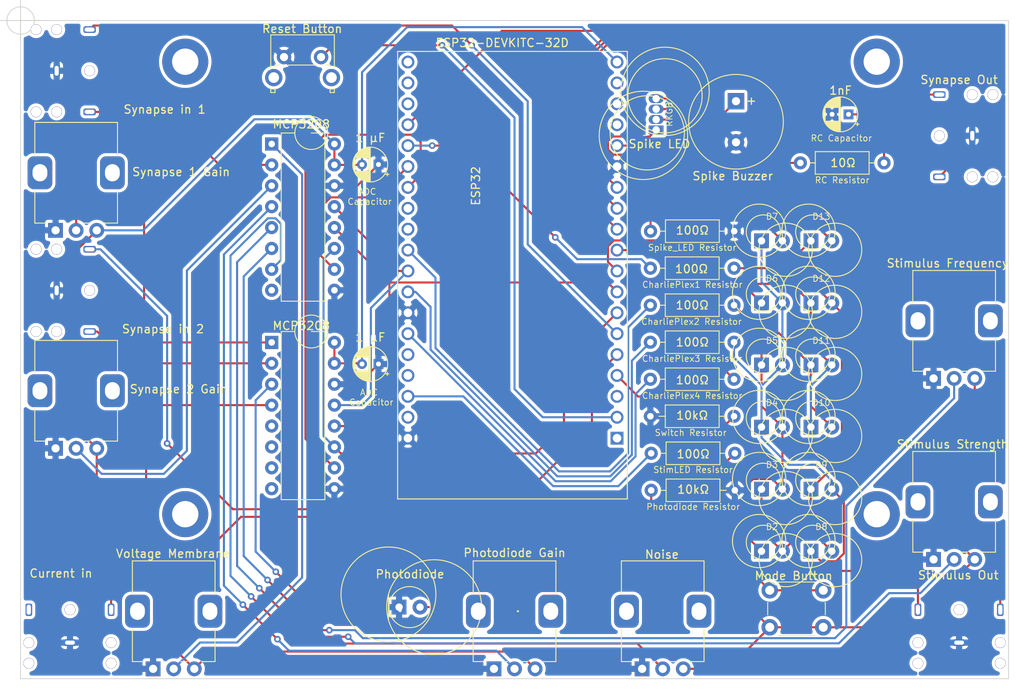
<source format=kicad_pcb>
(kicad_pcb (version 20171130) (host pcbnew "(5.1.4-0-10_14)")
  (layers (0 F.Cu signal) (31 B.Cu signal hide) (34 B.Paste user) (35 F.Paste user) (36 B.SilkS user) (37 F.SilkS user) (38 B.Mask user) (39 F.Mask user) (44 Edge.Cuts user))
  (net 0 "")
  (net 7 "GNDREF")
  (net 8 "/23")
  (net 9 "/27")
  (net 10 "/26")
  (net 11 "+3V3")
  (net 12 "/34")
  (net 13 "/35")
  (net 14 "/25")
  (net 15 "/14")
  (net 16 "/12")
  (net 17 "/13")
  (net 18 "/22")
  (net 19 "/21")
  (net 20 "/19")
  (net 21 "/05")
  (net 22 "/17")
  (net 23 "/16")
  (net 24 "/02")
  (net 25 "/15")
  (net 26 "Net-(R1-Pad2)")
  (net 27 "Net-(R7-Pad2)")
  (net 28 "Net-(R6-Pad2)")
  (net 29 "Net-(R8-Pad2)")
  (net 30 "Net-(R9-Pad2)")
  (net 31 "Net-(R4-Pad2)")
  (net 33 "/39")
  (net 34 "VCC")
  (net 38 "/202")
  (net 39 "/203")
  (net 40 "/106")
  (net 41 "/103")
  (net 42 "/105")
  (net 43 "/104")
  (net 44 "/101")
  (net 45 "/102")
  (net 46 "/200")
  (net 47 "/201")
  (net 48 "/32")
  (net 49 "/33")
  (net 50 "/18")
  (net 51 "/04")
  (net 52 "/00")
  (net 53 "/100")
  (net 54 "/107")
  (net 55 "/204")
  (net 56 "/205")
  (net 57 "/206")
  (net 58 "/207")
  (net 59 "Net-(R3-Pad2)")
  (net 60 "Net-(SW2-Pad2)")
  (module "LED_THT:LED_D5.0mm-4_RGB" (layer "F.Cu") (at 177.2 63.3 90)
    (fp_text reference "D14")
    (fp_text value "Spike LED" (at -1.7 0.4 180) (layer "F.SilkS"))
    (pad "1" thru_hole oval (at 1.27 0 90) (size 1.07 1.8) (drill 0.9) (layers *.Cu *.Mask) (net 9 "/27"))
    (pad "2" thru_hole rect (at 0 0 90) (size 1.07 1.8) (drill 0.9) (layers *.Cu *.Mask) (net 31 "Net-(R4-Pad2)"))
    (pad "3" thru_hole oval (at 2.54 0 90) (size 1.07 1.8) (drill 0.9) (layers *.Cu *.Mask) (net 15 "/14"))
    (pad "4" thru_hole oval (at 3.81 0 90) (size 1.07 1.8) (drill 0.9) (layers *.Cu *.Mask) (net 16 "/12"))
  )
  (module "MountingHole:MountingHole_3.2mm_M3_DIN965_Pad" (layer "F.Cu") (at 120 55)
    (fp_text reference " " (at 0 -3.8) (layer "F.SilkS"))
    (fp_text value "MountingHole_3.2mm_M3_DIN965_Pad")
    (pad "1" thru_hole circle (at 0 0) (size 5.6 5.6) (drill 3.2) (layers *.Cu *.Mask))
  )
  (module "LED_THT:LED_D3.0mm" (layer "F.Cu") (at 190 76.779)
    (fp_text reference "D7" (at 1.27 -2.96) (layer "F.SilkS") (effects (font (size 0.75 0.75) (thickness 0.1))))
    (fp_text value "Mode6")
    (pad "1" thru_hole rect (at 0 0) (size 1.8 1.8) (drill 0.9) (layers *.Cu *.Mask) (net 29 "Net-(R8-Pad2)"))
    (pad "2" thru_hole circle (at 2.54 0) (size 1.8 1.8) (drill 0.9) (layers *.Cu *.Mask) (net 30 "Net-(R9-Pad2)"))
  )
  (module "LED_THT:LED_D3.0mm" (layer "F.Cu") (at 190 114.504)
    (fp_text reference "D2" (at 1.27 -2.96) (layer "F.SilkS") (effects (font (size 0.75 0.75) (thickness 0.1))))
    (fp_text value "Mode1")
    (pad "1" thru_hole rect (at 0 0) (size 1.8 1.8) (drill 0.9) (layers *.Cu *.Mask) (net 27 "Net-(R7-Pad2)"))
    (pad "2" thru_hole circle (at 2.54 0) (size 1.8 1.8) (drill 0.9) (layers *.Cu *.Mask) (net 28 "Net-(R6-Pad2)"))
  )
  (module "Resistor_THT:R_Axial_DIN0207_L6.3mm_D2.5mm_P10.16mm_Horizontal" (layer "F.Cu") (at 186.66 98.1 180)
    (fp_text reference "R5")
    (fp_text value "10kΩ" (at 5.08 0.1 180) (layer "F.SilkS"))
    (pad "1" thru_hole circle (at 0 0 180) (size 1.6 1.6) (drill 0.8) (layers *.Cu *.Mask) (net 33 "/39"))
    (pad "2" thru_hole oval (at 10.16 0 180) (size 1.6 1.6) (drill 0.8) (layers *.Cu *.Mask) (net 7 "GNDREF"))
  )
  (module "Package_DIP:DIP-16_W7.62mm" (layer "F.Cu") (at 130.5 89.125)
    (fp_text reference "U3")
    (fp_text value "MCP3208" (at 3.6 -2.025) (layer "F.SilkS"))
    (pad "1" thru_hole rect (at 0 0) (size 1.6 1.6) (drill 0.8) (layers *.Cu *.Mask) (net 46 "/200"))
    (pad "2" thru_hole oval (at 0 2.54) (size 1.6 1.6) (drill 0.8) (layers *.Cu *.Mask) (net 47 "/201"))
    (pad "3" thru_hole oval (at 0 5.08) (size 1.6 1.6) (drill 0.8) (layers *.Cu *.Mask) (net 38 "/202"))
    (pad "4" thru_hole oval (at 0 7.62) (size 1.6 1.6) (drill 0.8) (layers *.Cu *.Mask) (net 39 "/203"))
    (pad "5" thru_hole oval (at 0 10.16) (size 1.6 1.6) (drill 0.8) (layers *.Cu *.Mask) (net 55 "/204"))
    (pad "6" thru_hole oval (at 0 12.7) (size 1.6 1.6) (drill 0.8) (layers *.Cu *.Mask) (net 56 "/205"))
    (pad "7" thru_hole oval (at 0 15.24) (size 1.6 1.6) (drill 0.8) (layers *.Cu *.Mask) (net 57 "/206"))
    (pad "8" thru_hole oval (at 0 17.78) (size 1.6 1.6) (drill 0.8) (layers *.Cu *.Mask) (net 58 "/207"))
    (pad "9" thru_hole oval (at 7.62 17.78) (size 1.6 1.6) (drill 0.8) (layers *.Cu *.Mask) (net 7 "GNDREF"))
    (pad "10" thru_hole oval (at 7.62 15.24) (size 1.6 1.6) (drill 0.8) (layers *.Cu *.Mask) (net 51 "/04"))
    (pad "11" thru_hole oval (at 7.62 12.7) (size 1.6 1.6) (drill 0.8) (layers *.Cu *.Mask) (net 48 "/32"))
    (pad "12" thru_hole oval (at 7.62 10.16) (size 1.6 1.6) (drill 0.8) (layers *.Cu *.Mask) (net 49 "/33"))
    (pad "13" thru_hole oval (at 7.62 7.62) (size 1.6 1.6) (drill 0.8) (layers *.Cu *.Mask) (net 50 "/18"))
    (pad "14" thru_hole oval (at 7.62 5.08) (size 1.6 1.6) (drill 0.8) (layers *.Cu *.Mask) (net 7 "GNDREF"))
    (pad "15" thru_hole oval (at 7.62 2.54) (size 1.6 1.6) (drill 0.8) (layers *.Cu *.Mask) (net 34 "VCC"))
    (pad "16" thru_hole oval (at 7.62 0) (size 1.6 1.6) (drill 0.8) (layers *.Cu *.Mask) (net 34 "VCC"))
  )
  (module "Potentiometer_THT:Spikeling Potentiometer" (layer "F.Cu") (at 213.4 108 90)
    (fp_text reference "RV6")
    (fp_text value "Stimulus Strength" (at 6.5 -0.2 180) (layer "F.SilkS"))
    (pad "1" thru_hole rect (at -7.5 -2.5 90) (size 1.8 1.8) (drill 1) (layers *.Cu *.Mask) (net 7 "GNDREF"))
    (pad "2" thru_hole circle (at -7.5 0 90) (size 1.8 1.8) (drill 1) (layers *.Cu *.Mask) (net 43 "/104"))
    (pad "3" thru_hole circle (at -7.5 2.5 90) (size 1.8 1.8) (drill 1) (layers *.Cu *.Mask) (net 34 "VCC"))
    (pad "MP" thru_hole roundrect (at -0.5 4.4 90) (size 4 3) (drill oval 2.1 1.8) (layers *.Cu *.Mask))
    (pad "MP" thru_hole roundrect (at -0.5 -4.4 90) (size 4 3) (drill oval 2.1 1.8) (layers *.Cu *.Mask))
  )
  (module "Potentiometer_THT:Spikeling Potentiometer" (layer "F.Cu") (at 178 121.3 90)
    (fp_text reference "RV4")
    (fp_text value "Noise" (at 6.4 -0.1 180) (layer "F.SilkS"))
    (pad "1" thru_hole rect (at -7.5 -2.5 90) (size 1.8 1.8) (drill 1) (layers *.Cu *.Mask) (net 7 "GNDREF"))
    (pad "2" thru_hole circle (at -7.5 0 90) (size 1.8 1.8) (drill 1) (layers *.Cu *.Mask) (net 40 "/106"))
    (pad "3" thru_hole circle (at -7.5 2.5 90) (size 1.8 1.8) (drill 1) (layers *.Cu *.Mask) (net 34 "VCC"))
    (pad "MP" thru_hole roundrect (at -0.5 -4.4 90) (size 4 3) (drill oval 2.1 1.8) (layers *.Cu *.Mask))
    (pad "MP" thru_hole roundrect (at -0.5 4.4 90) (size 4 3) (drill oval 2.1 1.8) (layers *.Cu *.Mask))
  )
  (module "Audio_Module:Spikeling_Photoreceptor" (layer "F.Cu") (at 159.6 122.9)
    (fp_text reference "." (at 0.4 -1.1 90 unlocked) (layer "F.SilkS"))
    (fp_text value "Spikeling_neuron")
  )
  (module "Audio_Module:Spikeling Audio Jack 3.5mm" (layer "F.Cu") (at 99.8825 56.1 90)
    (fp_text reference "J2")
    (fp_text value "Synapse in 1" (at -4.7 17.6175 180) (layer "F.SilkS"))
    (pad "" thru_hole circle (at 5 2 270) (size 1.3 1.3) (drill 1.25) (layers *.Cu *.Mask))
    (pad "" thru_hole circle (at 5 4.5 270) (size 1.3 1.3) (drill 1.25) (layers *.Cu *.Mask))
    (pad "" thru_hole circle (at 0 8.5 270) (size 1.3 1.3) (drill 1.25) (layers *.Cu *.Mask))
    (pad "" thru_hole circle (at -5 2 270) (size 1.3 1.3) (drill 1.25) (layers *.Cu *.Mask))
    (pad "" thru_hole circle (at -5 4.5 270) (size 1.3 1.3) (drill 1.25) (layers *.Cu *.Mask))
    (pad "R" thru_hole roundrect (at -5 8.5 180) (size 1.5 0.8) (drill oval 1.2 0.5) (layers *.Cu *.Mask) (net 46 "/200"))
    (pad "S" thru_hole roundrect (at 0 4.5 270) (size 1.5 0.8) (drill oval 1.2 0.5) (layers *.Cu *.Mask) (net 7 "GNDREF"))
    (pad "T" thru_hole roundrect (at 5 8.5 180) (size 1.5 0.8) (drill oval 1.2 0.5) (layers *.Cu *.Mask) (net 13 "/35"))
  )
  (module "Audio_Module:Spikeling Audio Jack 3.5mm" (layer "F.Cu") (at 220.1 64 -90)
    (fp_text reference "J1")
    (fp_text value "Synapse Out" (at -6.8 6.1) (layer "F.SilkS"))
    (pad "" thru_hole circle (at -5 4.5 90) (size 1.3 1.3) (drill 1.25) (layers *.Cu *.Mask))
    (pad "" thru_hole circle (at 5 4.5 90) (size 1.3 1.3) (drill 1.25) (layers *.Cu *.Mask))
    (pad "" thru_hole circle (at -5 2 90) (size 1.3 1.3) (drill 1.25) (layers *.Cu *.Mask))
    (pad "" thru_hole circle (at 0 8.5 90) (size 1.3 1.3) (drill 1.25) (layers *.Cu *.Mask))
    (pad "" thru_hole circle (at 5 2 90) (size 1.3 1.3) (drill 1.25) (layers *.Cu *.Mask))
    (pad "R" thru_hole roundrect (at -5 8.5) (size 1.5 0.8) (drill oval 1.2 0.5) (layers *.Cu *.Mask) (net 26 "Net-(R1-Pad2)"))
    (pad "S" thru_hole roundrect (at 0 4.5 90) (size 1.5 0.8) (drill oval 1.2 0.5) (layers *.Cu *.Mask) (net 7 "GNDREF"))
    (pad "T" thru_hole roundrect (at 5 8.5) (size 1.5 0.8) (drill oval 1.2 0.5) (layers *.Cu *.Mask) (net 25 "/15"))
  )
  (module "Potentiometer_THT:Spikeling Potentiometer" (layer "F.Cu") (at 106.75 68 90)
    (fp_text reference "RV1")
    (fp_text value "Synapse 1 Gain" (at -0.4 12.75 180) (layer "F.SilkS"))
    (pad "1" thru_hole rect (at -7.5 -2.5 90) (size 1.8 1.8) (drill 1) (layers *.Cu *.Mask) (net 7 "GNDREF"))
    (pad "2" thru_hole circle (at -7.5 0 90) (size 1.8 1.8) (drill 1) (layers *.Cu *.Mask) (net 44 "/101"))
    (pad "3" thru_hole circle (at -7.5 2.5 90) (size 1.8 1.8) (drill 1) (layers *.Cu *.Mask) (net 34 "VCC"))
    (pad "MP" thru_hole roundrect (at -0.5 4.4 90) (size 4 3) (drill oval 2.1 1.8) (layers *.Cu *.Mask))
    (pad "MP" thru_hole roundrect (at -0.5 -4.4 90) (size 4 3) (drill oval 2.1 1.8) (layers *.Cu *.Mask))
  )
  (module "Audio_Module:Spikeling_Electrode" (layer "F.Cu") (at 125.9 107.3)
    (fp_text reference "REF**")
    (fp_text value "Spikeling_neuron")
  )
  (module "LED_THT:LED_D3.0mm" (layer "F.Cu") (at 190 99.414)
    (fp_text reference "D4" (at 1.27 -2.96) (layer "F.SilkS") (effects (font (size 0.75 0.75) (thickness 0.1))))
    (fp_text value "Mode3")
    (pad "1" thru_hole rect (at 0 0) (size 1.8 1.8) (drill 0.9) (layers *.Cu *.Mask) (net 29 "Net-(R8-Pad2)"))
    (pad "2" thru_hole circle (at 2.54 0) (size 1.8 1.8) (drill 0.9) (layers *.Cu *.Mask) (net 27 "Net-(R7-Pad2)"))
  )
  (module "Potentiometer_THT:Spikeling Potentiometer" (layer "F.Cu") (at 118.6 121.3 90)
    (fp_text reference "RV3")
    (fp_text value "Voltage Membrane" (at 6.5 -0.1 180) (layer "F.SilkS"))
    (pad "1" thru_hole rect (at -7.5 -2.5 90) (size 1.8 1.8) (drill 1) (layers *.Cu *.Mask) (net 7 "GNDREF"))
    (pad "2" thru_hole circle (at -7.5 0 90) (size 1.8 1.8) (drill 1) (layers *.Cu *.Mask) (net 53 "/100"))
    (pad "3" thru_hole circle (at -7.5 2.5 90) (size 1.8 1.8) (drill 1) (layers *.Cu *.Mask) (net 34 "VCC"))
    (pad "MP" thru_hole roundrect (at -0.5 -4.4 90) (size 4 3) (drill oval 2.1 1.8) (layers *.Cu *.Mask))
    (pad "MP" thru_hole roundrect (at -0.5 4.4 90) (size 4 3) (drill oval 2.1 1.8) (layers *.Cu *.Mask))
  )
  (module "Resistor_THT:R_Axial_DIN0207_L6.3mm_D2.5mm_P10.16mm_Horizontal" (layer "F.Cu") (at 176.6 102.6)
    (fp_text reference "R3")
    (fp_text value "100Ω" (at 5.1 0.1) (layer "F.SilkS"))
    (pad "1" thru_hole circle (at 0 0) (size 1.6 1.6) (drill 0.8) (layers *.Cu *.Mask) (net 18 "/22"))
    (pad "2" thru_hole oval (at 10.16 0) (size 1.6 1.6) (drill 0.8) (layers *.Cu *.Mask) (net 59 "Net-(R3-Pad2)"))
  )
  (module "MountingHole:MountingHole_3.2mm_M3_DIN965_Pad" (layer "F.Cu") (at 204 55)
    (fp_text reference " " (at 0 -3.8) (layer "F.SilkS"))
    (fp_text value "MountingHole_M3")
    (pad "1" thru_hole circle (at 0 0) (size 5.6 5.6) (drill 3.2) (layers *.Cu *.Mask))
  )
  (module "Package_DIP:DIP-16_W7.62mm" (layer "F.Cu") (at 130.5 65)
    (fp_text reference "U2")
    (fp_text value "MCP3208" (at 3.6 -2.4) (layer "F.SilkS"))
    (pad "1" thru_hole rect (at 0 0) (size 1.6 1.6) (drill 0.8) (layers *.Cu *.Mask) (net 53 "/100"))
    (pad "2" thru_hole oval (at 0 2.54) (size 1.6 1.6) (drill 0.8) (layers *.Cu *.Mask) (net 44 "/101"))
    (pad "3" thru_hole oval (at 0 5.08) (size 1.6 1.6) (drill 0.8) (layers *.Cu *.Mask) (net 45 "/102"))
    (pad "4" thru_hole oval (at 0 7.62) (size 1.6 1.6) (drill 0.8) (layers *.Cu *.Mask) (net 41 "/103"))
    (pad "5" thru_hole oval (at 0 10.16) (size 1.6 1.6) (drill 0.8) (layers *.Cu *.Mask) (net 43 "/104"))
    (pad "6" thru_hole oval (at 0 12.7) (size 1.6 1.6) (drill 0.8) (layers *.Cu *.Mask) (net 42 "/105"))
    (pad "7" thru_hole oval (at 0 15.24) (size 1.6 1.6) (drill 0.8) (layers *.Cu *.Mask) (net 40 "/106"))
    (pad "8" thru_hole oval (at 0 17.78) (size 1.6 1.6) (drill 0.8) (layers *.Cu *.Mask) (net 54 "/107"))
    (pad "9" thru_hole oval (at 7.62 17.78) (size 1.6 1.6) (drill 0.8) (layers *.Cu *.Mask) (net 7 "GNDREF"))
    (pad "10" thru_hole oval (at 7.62 15.24) (size 1.6 1.6) (drill 0.8) (layers *.Cu *.Mask) (net 52 "/00"))
    (pad "11" thru_hole oval (at 7.62 12.7) (size 1.6 1.6) (drill 0.8) (layers *.Cu *.Mask) (net 48 "/32"))
    (pad "12" thru_hole oval (at 7.62 10.16) (size 1.6 1.6) (drill 0.8) (layers *.Cu *.Mask) (net 49 "/33"))
    (pad "13" thru_hole oval (at 7.62 7.62) (size 1.6 1.6) (drill 0.8) (layers *.Cu *.Mask) (net 50 "/18"))
    (pad "14" thru_hole oval (at 7.62 5.08) (size 1.6 1.6) (drill 0.8) (layers *.Cu *.Mask) (net 7 "GNDREF"))
    (pad "15" thru_hole oval (at 7.62 2.54) (size 1.6 1.6) (drill 0.8) (layers *.Cu *.Mask) (net 34 "VCC"))
    (pad "16" thru_hole oval (at 7.62 0) (size 1.6 1.6) (drill 0.8) (layers *.Cu *.Mask) (net 34 "VCC"))
  )
  (module "Capacitor_THT:CP_Radial_D4.0mm_P2.00mm" (layer "F.Cu") (at 143.4726 91.75 180)
    (fp_text reference "C2")
    (fp_text value "1 μF" (at 1 3.25) (layer "F.SilkS"))
    (pad "1" thru_hole rect (at 0 0 180) (size 1.2 1.2) (drill 0.6) (layers *.Cu *.Mask) (net 7 "GNDREF"))
    (pad "2" thru_hole circle (at 2 0 180) (size 1.2 1.2) (drill 0.6) (layers *.Cu *.Mask) (net 34 "VCC"))
  )
  (module "Audio_Module:Spikeling Audio Jack 3.5mm" (layer "F.Cu") (at 214 130.1175 180)
    (fp_text reference "J5")
    (fp_text value "Stimulus Out" (at 0.1 12.7 180) (layer "F.SilkS"))
    (pad "" thru_hole circle (at -5 4.5) (size 1.3 1.3) (drill 1.25) (layers *.Cu *.Mask))
    (pad "" thru_hole circle (at -5 2) (size 1.3 1.3) (drill 1.25) (layers *.Cu *.Mask))
    (pad "" thru_hole circle (at 5 2) (size 1.3 1.3) (drill 1.25) (layers *.Cu *.Mask))
    (pad "" thru_hole circle (at 0 8.5) (size 1.3 1.3) (drill 1.25) (layers *.Cu *.Mask))
    (pad "" thru_hole circle (at 5 4.5) (size 1.3 1.3) (drill 1.25) (layers *.Cu *.Mask))
    (pad "R" thru_hole roundrect (at -5 8.5 270) (size 1.5 0.8) (drill oval 1.2 0.5) (layers *.Cu *.Mask) (net 10 "/26"))
    (pad "S" thru_hole roundrect (at 0 4.5) (size 1.5 0.8) (drill oval 1.2 0.5) (layers *.Cu *.Mask) (net 7 "GNDREF"))
    (pad "T" thru_hole roundrect (at 5 8.5 270) (size 1.5 0.8) (drill oval 1.2 0.5) (layers *.Cu *.Mask) (net 59 "Net-(R3-Pad2)"))
  )
  (module "Button_Switch_THT:Spikeling reset button" (layer "F.Cu") (at 134.25 51.75)
    (fp_text reference "SW2")
    (fp_text value "Reset Button" (at -0.05 -0.75) (layer "F.SilkS"))
    (pad "" thru_hole circle (at 3.51 5.18) (size 2.1 2.1) (drill 1.3) (layers *.Cu *.Mask))
    (pad "" thru_hole circle (at -3.5 5.18) (size 2.1 2.1) (drill 1.3) (layers *.Cu *.Mask))
    (pad "1" thru_hole circle (at -2.25 2.69) (size 1.75 1.75) (drill 0.99) (layers *.Cu *.Mask) (net 7 "GNDREF"))
    (pad "2" thru_hole circle (at 2.25 2.69) (size 1.75 1.75) (drill 0.99) (layers *.Cu *.Mask) (net 60 "Net-(SW2-Pad2)"))
  )
  (module "LED_THT:LED_D3.0mm" (layer "F.Cu") (at 196 91.869)
    (fp_text reference "D11" (at 1.27 -2.96) (layer "F.SilkS") (effects (font (size 0.75 0.75) (thickness 0.1))))
    (fp_text value "Mode10")
    (pad "1" thru_hole rect (at 0 0) (size 1.8 1.8) (drill 0.9) (layers *.Cu *.Mask) (net 27 "Net-(R7-Pad2)"))
    (pad "2" thru_hole circle (at 2.54 0) (size 1.8 1.8) (drill 0.9) (layers *.Cu *.Mask) (net 30 "Net-(R9-Pad2)"))
  )
  (module "LED_THT:LED_D3.0mm" (layer "F.Cu") (at 196 106.959)
    (fp_text reference "D9" (at 1.27 -2.96) (layer "F.SilkS") (effects (font (size 0.75 0.75) (thickness 0.1))))
    (fp_text value "Mode8")
    (pad "1" thru_hole rect (at 0 0) (size 1.8 1.8) (drill 0.9) (layers *.Cu *.Mask) (net 28 "Net-(R6-Pad2)"))
    (pad "2" thru_hole circle (at 2.54 0) (size 1.8 1.8) (drill 0.9) (layers *.Cu *.Mask) (net 29 "Net-(R8-Pad2)"))
  )
  (module "Capacitor_THT:CP_Radial_D4.0mm_P2.00mm" (layer "F.Cu") (at 143.4726 67.5 180)
    (fp_text reference "C1")
    (fp_text value "1 μF" (at 1 3.25) (layer "F.SilkS"))
    (pad "1" thru_hole rect (at 0 0 180) (size 1.2 1.2) (drill 0.6) (layers *.Cu *.Mask) (net 7 "GNDREF"))
    (pad "2" thru_hole circle (at 2 0 180) (size 1.2 1.2) (drill 0.6) (layers *.Cu *.Mask) (net 34 "VCC"))
  )
  (module "Resistor_THT:R_Axial_DIN0207_L6.3mm_D2.5mm_P10.16mm_Horizontal" (layer "F.Cu") (at 176.5 93.6)
    (fp_text reference "R9")
    (fp_text value "100Ω" (at 5.1 0.1) (layer "F.SilkS"))
    (pad "1" thru_hole circle (at 0 0) (size 1.6 1.6) (drill 0.8) (layers *.Cu *.Mask) (net 19 "/21"))
    (pad "2" thru_hole oval (at 10.16 0) (size 1.6 1.6) (drill 0.8) (layers *.Cu *.Mask) (net 30 "Net-(R9-Pad2)"))
  )
  (module "LED_THT:LED_D3.0mm" (layer "F.Cu") (at 196 76.779)
    (fp_text reference "D13" (at 1.27 -2.96) (layer "F.SilkS") (effects (font (size 0.75 0.75) (thickness 0.1))))
    (fp_text value "Mode12")
    (pad "1" thru_hole rect (at 0 0) (size 1.8 1.8) (drill 0.9) (layers *.Cu *.Mask) (net 28 "Net-(R6-Pad2)"))
    (pad "2" thru_hole circle (at 2.54 0) (size 1.8 1.8) (drill 0.9) (layers *.Cu *.Mask) (net 30 "Net-(R9-Pad2)"))
  )
  (module "LED_THT:LED_D3.0mm" (layer "F.Cu") (at 196 84.324)
    (fp_text reference "D12" (at 1.27 -2.96) (layer "F.SilkS") (effects (font (size 0.75 0.75) (thickness 0.1))))
    (fp_text value "Mode11")
    (pad "1" thru_hole rect (at 0 0) (size 1.8 1.8) (drill 0.9) (layers *.Cu *.Mask) (net 30 "Net-(R9-Pad2)"))
    (pad "2" thru_hole circle (at 2.54 0) (size 1.8 1.8) (drill 0.9) (layers *.Cu *.Mask) (net 28 "Net-(R6-Pad2)"))
  )
  (module "LED_THT:LED_D3.0mm" (layer "F.Cu") (at 196 99.414)
    (fp_text reference "D10" (at 1.27 -2.96) (layer "F.SilkS") (effects (font (size 0.75 0.75) (thickness 0.1))))
    (fp_text value "Mode9")
    (pad "1" thru_hole rect (at 0 0) (size 1.8 1.8) (drill 0.9) (layers *.Cu *.Mask) (net 30 "Net-(R9-Pad2)"))
    (pad "2" thru_hole circle (at 2.54 0) (size 1.8 1.8) (drill 0.9) (layers *.Cu *.Mask) (net 27 "Net-(R7-Pad2)"))
  )
  (module "Resistor_THT:R_Axial_DIN0207_L6.3mm_D2.5mm_P10.16mm_Horizontal" (layer "F.Cu") (at 194.72 67.3)
    (fp_text reference "R1")
    (fp_text value "10Ω" (at 5.18 0) (layer "F.SilkS"))
    (pad "1" thru_hole circle (at 0 0) (size 1.6 1.6) (drill 0.8) (layers *.Cu *.Mask) (net 14 "/25"))
    (pad "2" thru_hole oval (at 10.16 0) (size 1.6 1.6) (drill 0.8) (layers *.Cu *.Mask) (net 26 "Net-(R1-Pad2)"))
  )
  (module "LED_THT:LED_D5.0mm" (layer "F.Cu") (at 145.975 121.3)
    (fp_text reference "D1")
    (fp_text value "Photodiode" (at 1.325 -4) (layer "F.SilkS"))
    (pad "1" thru_hole rect (at 0 0) (size 1.8 1.8) (drill 0.9) (layers *.Cu *.Mask) (net 7 "GNDREF"))
    (pad "2" thru_hole circle (at 2.54 0) (size 1.8 1.8) (drill 0.9) (layers *.Cu *.Mask) (net 38 "/202"))
  )
  (module "Potentiometer_THT:Spikeling Potentiometer" (layer "F.Cu") (at 213.4 86 90)
    (fp_text reference "RV7")
    (fp_text value "Stimulus Frequency" (at 6.5 -0.8 180) (layer "F.SilkS"))
    (pad "1" thru_hole rect (at -7.5 -2.5 90) (size 1.8 1.8) (drill 1) (layers *.Cu *.Mask) (net 7 "GNDREF"))
    (pad "2" thru_hole circle (at -7.5 0 90) (size 1.8 1.8) (drill 1) (layers *.Cu *.Mask) (net 42 "/105"))
    (pad "3" thru_hole circle (at -7.5 2.5 90) (size 1.8 1.8) (drill 1) (layers *.Cu *.Mask) (net 34 "VCC"))
    (pad "MP" thru_hole roundrect (at -0.5 4.4 90) (size 4 3) (drill oval 2.1 1.8) (layers *.Cu *.Mask))
    (pad "MP" thru_hole roundrect (at -0.5 -4.4 90) (size 4 3) (drill oval 2.1 1.8) (layers *.Cu *.Mask))
  )
  (module "Potentiometer_THT:Spikeling Potentiometer" (layer "F.Cu") (at 106.75 94.5 90)
    (fp_text reference "RV2")
    (fp_text value "Synapse 2 Gain" (at -0.3 12.45 180) (layer "F.SilkS"))
    (pad "1" thru_hole rect (at -7.5 -2.5 90) (size 1.8 1.8) (drill 1) (layers *.Cu *.Mask) (net 7 "GNDREF"))
    (pad "2" thru_hole circle (at -7.5 0 90) (size 1.8 1.8) (drill 1) (layers *.Cu *.Mask) (net 45 "/102"))
    (pad "3" thru_hole circle (at -7.5 2.5 90) (size 1.8 1.8) (drill 1) (layers *.Cu *.Mask) (net 34 "VCC"))
    (pad "MP" thru_hole roundrect (at -0.5 -4.4 90) (size 4 3) (drill oval 2.1 1.8) (layers *.Cu *.Mask))
    (pad "MP" thru_hole roundrect (at -0.5 4.4 90) (size 4 3) (drill oval 2.1 1.8) (layers *.Cu *.Mask))
  )
  (module "Audio_Module:Spikeling Audio Jack 3.5mm" (layer "F.Cu") (at 99.8825 82.8 90)
    (fp_text reference "J3")
    (fp_text value "Synapse in 2" (at -4.7 17.4175 180) (layer "F.SilkS"))
    (pad "" thru_hole circle (at 5 4.5 270) (size 1.3 1.3) (drill 1.25) (layers *.Cu *.Mask))
    (pad "" thru_hole circle (at -5 2 270) (size 1.3 1.3) (drill 1.25) (layers *.Cu *.Mask))
    (pad "" thru_hole circle (at 5 2 270) (size 1.3 1.3) (drill 1.25) (layers *.Cu *.Mask))
    (pad "" thru_hole circle (at 0 8.5 270) (size 1.3 1.3) (drill 1.25) (layers *.Cu *.Mask))
    (pad "" thru_hole circle (at -5 4.5 270) (size 1.3 1.3) (drill 1.25) (layers *.Cu *.Mask))
    (pad "R" thru_hole roundrect (at -5 8.5 180) (size 1.5 0.8) (drill oval 1.2 0.5) (layers *.Cu *.Mask) (net 47 "/201"))
    (pad "S" thru_hole roundrect (at 0 4.5 270) (size 1.5 0.8) (drill oval 1.2 0.5) (layers *.Cu *.Mask) (net 7 "GNDREF"))
    (pad "T" thru_hole roundrect (at 5 8.5 180) (size 1.5 0.8) (drill oval 1.2 0.5) (layers *.Cu *.Mask) (net 12 "/34"))
  )
  (module "LED_THT:LED_D3.0mm" (layer "F.Cu") (at 190 106.959)
    (fp_text reference "D3" (at 1.27 -2.96) (layer "F.SilkS") (effects (font (size 0.75 0.75) (thickness 0.1))))
    (fp_text value "Mode2")
    (pad "1" thru_hole rect (at 0 0) (size 1.8 1.8) (drill 0.9) (layers *.Cu *.Mask) (net 28 "Net-(R6-Pad2)"))
    (pad "2" thru_hole circle (at 2.54 0) (size 1.8 1.8) (drill 0.9) (layers *.Cu *.Mask) (net 27 "Net-(R7-Pad2)"))
  )
  (module "MountingHole:MountingHole_3.2mm_M3_DIN965_Pad" (layer "F.Cu") (at 204 110)
    (fp_text reference " " (at 0 -3.8) (layer "F.SilkS"))
    (fp_text value "MountingHole_3.2mm_M3_DIN965_Pad")
    (pad "1" thru_hole circle (at 0 0) (size 5.6 5.6) (drill 3.2) (layers *.Cu *.Mask))
  )
  (module "LED_THT:LED_D3.0mm" (layer "F.Cu") (at 190 91.869)
    (fp_text reference "D5" (at 1.27 -2.96) (layer "F.SilkS") (effects (font (size 0.75 0.75) (thickness 0.1))))
    (fp_text value "Mode4")
    (pad "1" thru_hole rect (at 0 0) (size 1.8 1.8) (drill 0.9) (layers *.Cu *.Mask) (net 27 "Net-(R7-Pad2)"))
    (pad "2" thru_hole circle (at 2.54 0) (size 1.8 1.8) (drill 0.9) (layers *.Cu *.Mask) (net 29 "Net-(R8-Pad2)"))
  )
  (module "Audio_Module:Spikeling Audio Jack 3.5mm" (layer "F.Cu") (at 106 130.1175 180)
    (fp_text reference "J4")
    (fp_text value "Current in" (at 1.1 12.9175 180) (layer "F.SilkS"))
    (pad "" thru_hole circle (at 5 2) (size 1.3 1.3) (drill 1.25) (layers *.Cu *.Mask))
    (pad "" thru_hole circle (at -5 4.5) (size 1.3 1.3) (drill 1.25) (layers *.Cu *.Mask))
    (pad "" thru_hole circle (at 5 4.5) (size 1.3 1.3) (drill 1.25) (layers *.Cu *.Mask))
    (pad "" thru_hole circle (at -5 2) (size 1.3 1.3) (drill 1.25) (layers *.Cu *.Mask))
    (pad "" thru_hole circle (at 0 8.5) (size 1.3 1.3) (drill 1.25) (layers *.Cu *.Mask))
    (pad "R" thru_hole roundrect (at -5 8.5 270) (size 1.5 0.8) (drill oval 1.2 0.5) (layers *.Cu *.Mask) (net 39 "/203"))
    (pad "S" thru_hole roundrect (at 0 4.5) (size 1.5 0.8) (drill oval 1.2 0.5) (layers *.Cu *.Mask) (net 7 "GNDREF"))
    (pad "T" thru_hole roundrect (at 5 8.5 270) (size 1.5 0.8) (drill oval 1.2 0.5) (layers *.Cu *.Mask))
  )
  (module "Resistor_THT:R_Axial_DIN0207_L6.3mm_D2.5mm_P10.16mm_Horizontal" (layer "F.Cu") (at 176.5 89.1)
    (fp_text reference "R8")
    (fp_text value "100Ω" (at 5.1 0) (layer "F.SilkS"))
    (pad "1" thru_hole circle (at 0 0) (size 1.6 1.6) (drill 0.8) (layers *.Cu *.Mask) (net 20 "/19"))
    (pad "2" thru_hole oval (at 10.16 0) (size 1.6 1.6) (drill 0.8) (layers *.Cu *.Mask) (net 29 "Net-(R8-Pad2)"))
  )
  (module "Resistor_THT:R_Axial_DIN0207_L6.3mm_D2.5mm_P10.16mm_Horizontal" (layer "F.Cu") (at 176.6 107.1)
    (fp_text reference "R2")
    (fp_text value "10kΩ" (at 5.1 -0.1) (layer "F.SilkS"))
    (pad "1" thru_hole circle (at 0 0) (size 1.6 1.6) (drill 0.8) (layers *.Cu *.Mask) (net 38 "/202"))
    (pad "2" thru_hole oval (at 10.16 0) (size 1.6 1.6) (drill 0.8) (layers *.Cu *.Mask) (net 7 "GNDREF"))
  )
  (module "Potentiometer_THT:Spikeling Potentiometer" (layer "F.Cu") (at 160 121.3 90)
    (fp_text reference "RV5")
    (fp_text value "Photodiode Gain" (at 6.6 0 180) (layer "F.SilkS"))
    (pad "1" thru_hole rect (at -7.5 -2.5 90) (size 1.8 1.8) (drill 1) (layers *.Cu *.Mask) (net 7 "GNDREF"))
    (pad "2" thru_hole circle (at -7.5 0 90) (size 1.8 1.8) (drill 1) (layers *.Cu *.Mask) (net 41 "/103"))
    (pad "3" thru_hole circle (at -7.5 2.5 90) (size 1.8 1.8) (drill 1) (layers *.Cu *.Mask) (net 34 "VCC"))
    (pad "MP" thru_hole roundrect (at -0.5 4.4 90) (size 4 3) (drill oval 2.1 1.8) (layers *.Cu *.Mask))
    (pad "MP" thru_hole roundrect (at -0.5 -4.4 90) (size 4 3) (drill oval 2.1 1.8) (layers *.Cu *.Mask))
  )
  (module "Capacitor_THT:CP_Radial_D4.0mm_P2.00mm" (layer "F.Cu") (at 200.5726 61.4 180)
    (fp_text reference "C3")
    (fp_text value "1nF" (at 0.9726 2.9) (layer "F.SilkS"))
    (pad "1" thru_hole rect (at 0 0 180) (size 1.2 1.2) (drill 0.6) (layers *.Cu *.Mask) (net 26 "Net-(R1-Pad2)"))
    (pad "2" thru_hole circle (at 2 0 180) (size 1.2 1.2) (drill 0.6) (layers *.Cu *.Mask) (net 7 "GNDREF"))
  )
  (module "Resistor_THT:R_Axial_DIN0207_L6.3mm_D2.5mm_P10.16mm_Horizontal" (layer "F.Cu") (at 176.5 84.6)
    (fp_text reference "R7")
    (fp_text value "100Ω" (at 5.08 0) (layer "F.SilkS"))
    (pad "1" thru_hole circle (at 0 0) (size 1.6 1.6) (drill 0.8) (layers *.Cu *.Mask) (net 21 "/05"))
    (pad "2" thru_hole oval (at 10.16 0) (size 1.6 1.6) (drill 0.8) (layers *.Cu *.Mask) (net 27 "Net-(R7-Pad2)"))
  )
  (module "Resistor_THT:R_Axial_DIN0207_L6.3mm_D2.5mm_P10.16mm_Horizontal" (layer "F.Cu") (at 186.68 75.6 180)
    (fp_text reference "R4")
    (fp_text value "100Ω" (at 5.08 0.1 180) (layer "F.SilkS"))
    (pad "1" thru_hole circle (at 0 0 180) (size 1.6 1.6) (drill 0.8) (layers *.Cu *.Mask) (net 7 "GNDREF"))
    (pad "2" thru_hole oval (at 10.16 0 180) (size 1.6 1.6) (drill 0.8) (layers *.Cu *.Mask) (net 31 "Net-(R4-Pad2)"))
  )
  (module "Buzzer_Beeper:Buzzer_11.5x9.5RM5" (layer "F.Cu") (at 186.9 58.5 -90)
    (fp_text reference "BZ1")
    (fp_text value "Spike Buzzer" (at 10.4 0.4) (layer "F.SilkS"))
    (fp_text user "+" (at 1.3 -1.8 -90) (layer "F.SilkS"))
    (pad "1" thru_hole rect (at 1.3 0 270) (size 2 2) (drill 1) (layers *.Cu *.Mask) (net 17 "/13"))
    (pad "2" thru_hole circle (at 6.3 0 270) (size 2 2) (drill 1) (layers *.Cu *.Mask) (net 7 "GNDREF"))
  )
  (module "MountingHole:MountingHole_3.2mm_M3_DIN965_Pad" (layer "F.Cu") (at 120 110)
    (fp_text reference " " (at 0 -3.8) (layer "F.SilkS"))
    (fp_text value "MountingHole_3.2mm_M3_DIN965_Pad")
    (pad "1" thru_hole circle (at 0 0) (size 5.6 5.6) (drill 3.2) (layers *.Cu *.Mask))
  )
  (module "Audio_Module:Spikeling_Neuron" (layer "F.Cu") (at 155.9 65.6)
    (fp_text reference "ESP32" (at -0.6 4.5 90 unlocked) (layer "F.SilkS"))
    (fp_text value "Spikeling_neuron")
  )
  (module "Resistor_THT:R_Axial_DIN0207_L6.3mm_D2.5mm_P10.16mm_Horizontal" (layer "F.Cu") (at 176.5 80.1)
    (fp_text reference "R6")
    (fp_text value "100Ω" (at 5 0.1) (layer "F.SilkS"))
    (pad "1" thru_hole circle (at 0 0) (size 1.6 1.6) (drill 0.8) (layers *.Cu *.Mask) (net 24 "/02"))
    (pad "2" thru_hole oval (at 10.16 0) (size 1.6 1.6) (drill 0.8) (layers *.Cu *.Mask) (net 28 "Net-(R6-Pad2)"))
  )
  (module "Button_Switch_THT:SW_PUSH_6mm_H13mm" (layer "F.Cu") (at 191 119.25)
    (fp_text reference "SW1")
    (fp_text value "Mode Button" (at 2.9 -1.75) (layer "F.SilkS"))
    (pad "1" thru_hole circle (at 0 0 90) (size 2 2) (drill 1.1) (layers *.Cu *.Mask) (net 33 "/39"))
    (pad "1" thru_hole circle (at 6.5 0 90) (size 2 2) (drill 1.1) (layers *.Cu *.Mask) (net 33 "/39"))
    (pad "2" thru_hole circle (at 6.5 4.5 90) (size 2 2) (drill 1.1) (layers *.Cu *.Mask) (net 34 "VCC"))
    (pad "2" thru_hole circle (at 0 4.5 90) (size 2 2) (drill 1.1) (layers *.Cu *.Mask) (net 34 "VCC"))
  )
  (module "Module:MODULE_ESP32-DEVKITC-32D" (layer "F.Cu") (at 159.75 81 180)
    (fp_text reference "U1")
    (fp_text value "ESP32-DEVKITC-32D" (at 1.24136 28.294535 180) (layer "F.SilkS") (effects (font (size 1.001047 1.001047))))
    (pad "1" thru_hole rect (at -12.7 -19.76 180) (size 1.56 1.56) (drill 1.04) (layers *.Cu *.Mask) (net 11 "+3V3"))
    (pad "2" thru_hole circle (at -12.7 -17.22 180) (size 1.56 1.56) (drill 1.04) (layers *.Cu *.Mask) (net 60 "Net-(SW2-Pad2)"))
    (pad "3" thru_hole circle (at -12.7 -14.68 180) (size 1.56 1.56) (drill 1.04) (layers *.Cu *.Mask))
    (pad "4" thru_hole circle (at -12.7 -12.14 180) (size 1.56 1.56) (drill 1.04) (layers *.Cu *.Mask) (net 33 "/39"))
    (pad "5" thru_hole circle (at -12.7 -9.6 180) (size 1.56 1.56) (drill 1.04) (layers *.Cu *.Mask) (net 12 "/34"))
    (pad "6" thru_hole circle (at -12.7 -7.06 180) (size 1.56 1.56) (drill 1.04) (layers *.Cu *.Mask) (net 13 "/35"))
    (pad "7" thru_hole circle (at -12.7 -4.52 180) (size 1.56 1.56) (drill 1.04) (layers *.Cu *.Mask) (net 48 "/32"))
    (pad "8" thru_hole circle (at -12.7 -1.98 180) (size 1.56 1.56) (drill 1.04) (layers *.Cu *.Mask) (net 49 "/33"))
    (pad "9" thru_hole circle (at -12.7 0.56 180) (size 1.56 1.56) (drill 1.04) (layers *.Cu *.Mask) (net 14 "/25"))
    (pad "10" thru_hole circle (at -12.7 3.1 180) (size 1.56 1.56) (drill 1.04) (layers *.Cu *.Mask) (net 10 "/26"))
    (pad "11" thru_hole circle (at -12.7 5.64 180) (size 1.56 1.56) (drill 1.04) (layers *.Cu *.Mask) (net 9 "/27"))
    (pad "12" thru_hole circle (at -12.7 8.18 180) (size 1.56 1.56) (drill 1.04) (layers *.Cu *.Mask) (net 15 "/14"))
    (pad "13" thru_hole circle (at -12.7 10.72 180) (size 1.56 1.56) (drill 1.04) (layers *.Cu *.Mask) (net 16 "/12"))
    (pad "14" thru_hole circle (at -12.7 13.26 180) (size 1.56 1.56) (drill 1.04) (layers *.Cu *.Mask) (net 7 "GNDREF"))
    (pad "15" thru_hole circle (at -12.7 15.8 180) (size 1.56 1.56) (drill 1.04) (layers *.Cu *.Mask) (net 17 "/13"))
    (pad "16" thru_hole circle (at -12.7 18.34 180) (size 1.56 1.56) (drill 1.04) (layers *.Cu *.Mask))
    (pad "17" thru_hole circle (at -12.7 20.88 180) (size 1.56 1.56) (drill 1.04) (layers *.Cu *.Mask))
    (pad "18" thru_hole circle (at -12.7 23.42 180) (size 1.56 1.56) (drill 1.04) (layers *.Cu *.Mask))
    (pad "19" thru_hole circle (at -12.7 25.96 180) (size 1.56 1.56) (drill 1.04) (layers *.Cu *.Mask) (net 34 "VCC"))
    (pad "20" thru_hole circle (at 12.7 -19.76 180) (size 1.56 1.56) (drill 1.04) (layers *.Cu *.Mask) (net 7 "GNDREF"))
    (pad "21" thru_hole circle (at 12.7 -17.22 180) (size 1.56 1.56) (drill 1.04) (layers *.Cu *.Mask) (net 8 "/23"))
    (pad "22" thru_hole circle (at 12.7 -14.68 180) (size 1.56 1.56) (drill 1.04) (layers *.Cu *.Mask) (net 18 "/22"))
    (pad "23" thru_hole circle (at 12.7 -12.14 180) (size 1.56 1.56) (drill 1.04) (layers *.Cu *.Mask))
    (pad "24" thru_hole circle (at 12.7 -9.6 180) (size 1.56 1.56) (drill 1.04) (layers *.Cu *.Mask))
    (pad "25" thru_hole circle (at 12.7 -7.06 180) (size 1.56 1.56) (drill 1.04) (layers *.Cu *.Mask) (net 19 "/21"))
    (pad "26" thru_hole circle (at 12.7 -4.52 180) (size 1.56 1.56) (drill 1.04) (layers *.Cu *.Mask) (net 7 "GNDREF"))
    (pad "27" thru_hole circle (at 12.7 -1.98 180) (size 1.56 1.56) (drill 1.04) (layers *.Cu *.Mask) (net 20 "/19"))
    (pad "28" thru_hole circle (at 12.7 0.56 180) (size 1.56 1.56) (drill 1.04) (layers *.Cu *.Mask) (net 50 "/18"))
    (pad "29" thru_hole circle (at 12.7 3.1 180) (size 1.56 1.56) (drill 1.04) (layers *.Cu *.Mask) (net 21 "/05"))
    (pad "30" thru_hole circle (at 12.7 5.64 180) (size 1.56 1.56) (drill 1.04) (layers *.Cu *.Mask) (net 22 "/17"))
    (pad "31" thru_hole circle (at 12.7 8.18 180) (size 1.56 1.56) (drill 1.04) (layers *.Cu *.Mask) (net 23 "/16"))
    (pad "32" thru_hole circle (at 12.7 10.72 180) (size 1.56 1.56) (drill 1.04) (layers *.Cu *.Mask) (net 51 "/04"))
    (pad "33" thru_hole circle (at 12.7 13.26 180) (size 1.56 1.56) (drill 1.04) (layers *.Cu *.Mask) (net 52 "/00"))
    (pad "34" thru_hole circle (at 12.7 15.8 180) (size 1.56 1.56) (drill 1.04) (layers *.Cu *.Mask) (net 24 "/02"))
    (pad "35" thru_hole circle (at 12.7 18.34 180) (size 1.56 1.56) (drill 1.04) (layers *.Cu *.Mask) (net 25 "/15"))
    (pad "36" thru_hole circle (at 12.7 20.88 180) (size 1.56 1.56) (drill 1.04) (layers *.Cu *.Mask))
    (pad "37" thru_hole circle (at 12.7 23.42 180) (size 1.56 1.56) (drill 1.04) (layers *.Cu *.Mask))
    (pad "38" thru_hole circle (at 12.7 25.96 180) (size 1.56 1.56) (drill 1.04) (layers *.Cu *.Mask))
  )
  (module "LED_THT:LED_D3.0mm" (layer "F.Cu") (at 196 114.504)
    (fp_text reference "D8" (at 1.27 -2.96) (layer "F.SilkS") (effects (font (size 0.75 0.75) (thickness 0.1))))
    (fp_text value "Mode7")
    (pad "1" thru_hole rect (at 0 0) (size 1.8 1.8) (drill 0.9) (layers *.Cu *.Mask) (net 29 "Net-(R8-Pad2)"))
    (pad "2" thru_hole circle (at 2.54 0) (size 1.8 1.8) (drill 0.9) (layers *.Cu *.Mask) (net 28 "Net-(R6-Pad2)"))
  )
  (module "LED_THT:LED_D3.0mm" (layer "F.Cu") (at 190 84.324)
    (fp_text reference "D6" (at 1.27 -2.96) (layer "F.SilkS") (effects (font (size 0.75 0.75) (thickness 0.1))))
    (fp_text value "Mode5")
    (pad "1" thru_hole rect (at 0 0) (size 1.8 1.8) (drill 0.9) (layers *.Cu *.Mask) (net 30 "Net-(R9-Pad2)"))
    (pad "2" thru_hole circle (at 2.54 0) (size 1.8 1.8) (drill 0.9) (layers *.Cu *.Mask) (net 29 "Net-(R8-Pad2)"))
  )
  (gr_line (start 220 130) (end 100 130) (layer "Edge.Cuts") (width 0.1))
  (gr_line (start 100 50) (end 220 50) (layer "Edge.Cuts") (width 0.1))
  (gr_line (start 220 50) (end 220 130) (layer "Edge.Cuts") (width 0.1))
  (gr_line (start 100 130) (end 100 50) (layer "Edge.Cuts") (width 0.1))
  (gr_text "ADC \nCapacitor" (at 142.4 71.4) (layer "F.SilkS") (effects (font (size 0.75 0.75) (thickness 0.1))))
  (gr_text "Switch Resistor" (at 181.4 100.1) (layer "F.SilkS") (effects (font (size 0.75 0.75) (thickness 0.1))))
  (gr_text "CharliePlex3 Resistor" (at 181.58 91.1) (layer "F.SilkS") (effects (font (size 0.75 0.75) (thickness 0.1))))
  (gr_text "CharliePlex2 Resistor" (at 181.5 86.6) (layer "F.SilkS") (effects (font (size 0.75 0.75) (thickness 0.1))))
  (gr_text "Spike_LED Resistor" (at 181.58 77.6) (layer "F.SilkS") (effects (font (size 0.75 0.75) (thickness 0.1))))
  (gr_text "CharliePlex1 Resistor" (at 181.6 82.1) (layer "F.SilkS") (effects (font (size 0.75 0.75) (thickness 0.1))))
  (gr_text "RKGB" (at 178.8 61.4 90) (layer "F.SilkS") (effects (font (size 0.75 0.75) (thickness 0.1))))
  (gr_text "RC Capacitor" (at 199.7 64.3) (layer "F.SilkS") (effects (font (size 0.75 0.75) (thickness 0.1))))
  (gr_text "RC Resistor" (at 199.8 69.4) (layer "F.SilkS") (effects (font (size 0.75 0.75) (thickness 0.1))))
  (gr_text "StimLED Resistor" (at 181.68 104.6) (layer "F.SilkS") (effects (font (size 0.75 0.75) (thickness 0.1))))
  (gr_text "Photodiode Resistor" (at 181.7 109.1) (layer "F.SilkS") (effects (font (size 0.75 0.75) (thickness 0.1))))
  (gr_text "ADC \nCapacitor" (at 142.6 95.8) (layer "F.SilkS") (effects (font (size 0.75 0.75) (thickness 0.1))))
  (gr_text "CharliePlex4 Resistor" (at 181.58 95.6) (layer "F.SilkS") (effects (font (size 0.75 0.75) (thickness 0.1))))
  (target plus (at 100 50) (size 5) (width 0.1) (layer "Edge.Cuts"))
  (segment (start 141.0176 94.205) (end 143.4726 91.75) (width 0.25) (layer "F.Cu") (net 7))
  (segment (start 140.8926 70.08) (end 143.4726 67.5) (width 0.25) (layer "F.Cu") (net 7))
  (segment (start 146.1 121.7) (end 146.2 121.7) (width 0.25) (layer "F.Cu") (net 7))
  (segment (start 138.12 94.205) (end 141.0176 94.205) (width 0.25) (layer "F.Cu") (net 7))
  (segment (start 138.12 70.08) (end 140.8926 70.08) (width 0.25) (layer "F.Cu") (net 7))
  (segment (start 176.4 99.019022) (end 176.4 98.3) (width 0.25) (layer "B.Cu") (net 7))
  (segment (start 178.5 51.8) (end 180.4 53.7) (width 0.25) (layer "F.Cu") (net 9))
  (segment (start 172.45 75.36) (end 168.3 71.21) (width 0.25) (layer "F.Cu") (net 9))
  (segment (start 180.4 61.6) (end 179.97 62.03) (width 0.25) (layer "F.Cu") (net 9))
  (segment (start 180.4 53.7) (end 180.4 61.6) (width 0.25) (layer "F.Cu") (net 9))
  (segment (start 172.45 75.36) (end 172.45 74.8797) (width 0.25) (layer "F.Cu") (net 9))
  (segment (start 179.97 62.03) (end 177.2 62.03) (width 0.25) (layer "F.Cu") (net 9))
  (segment (start 168.3 54.6) (end 171.1 51.8) (width 0.25) (layer "F.Cu") (net 9))
  (segment (start 176.6 62.14) (end 177.75 62.14) (width 0.25) (layer "F.Cu") (net 9))
  (segment (start 168.3 71.21) (end 168.3 54.6) (width 0.25) (layer "F.Cu") (net 9))
  (segment (start 171.1 51.8) (end 178.5 51.8) (width 0.25) (layer "F.Cu") (net 9))
  (segment (start 186.1 72.5) (end 180.7 77.9) (width 0.25) (layer "F.Cu") (net 10))
  (segment (start 219 114.8) (end 214.3 110.1) (width 0.25) (layer "F.Cu") (net 10))
  (segment (start 213.3 75.9) (end 209.9 72.5) (width 0.25) (layer "F.Cu") (net 10))
  (segment (start 218.1 96.5) (end 218.1 92.4) (width 0.25) (layer "F.Cu") (net 10))
  (segment (start 214.3 100.3) (end 218.1 96.5) (width 0.25) (layer "F.Cu") (net 10))
  (segment (start 214.3 110.1) (end 214.3 100.3) (width 0.25) (layer "F.Cu") (net 10))
  (segment (start 180.7 77.9) (end 172.45 77.9) (width 0.25) (layer "F.Cu") (net 10))
  (segment (start 213.3 87.6) (end 213.3 75.9) (width 0.25) (layer "F.Cu") (net 10))
  (segment (start 209.9 72.5) (end 186.1 72.5) (width 0.25) (layer "F.Cu") (net 10))
  (segment (start 218.1 92.4) (end 213.3 87.6) (width 0.25) (layer "F.Cu") (net 10))
  (segment (start 219 121.6175) (end 219 114.8) (width 0.25) (layer "F.Cu") (net 10))
  (segment (start 159.4 109.4) (end 125.8 109.4) (width 0.25) (layer "F.Cu") (net 12))
  (segment (start 172.45 90.6) (end 169.4 93.65) (width 0.25) (layer "F.Cu") (net 12))
  (segment (start 125.8 109.4) (end 117.8 101.4) (width 0.25) (layer "F.Cu") (net 12))
  (segment (start 169.4 93.65) (end 169.4 99.4) (width 0.25) (layer "F.Cu") (net 12))
  (segment (start 169.4 99.4) (end 159.4 109.4) (width 0.25) (layer "F.Cu") (net 12))
  (segment (start 117.8 86.9175) (end 117.8 101.4) (width 0.25) (layer "B.Cu") (net 12))
  (segment (start 108.3825 77.8) (end 109.7 77.8) (width 0.25) (layer "B.Cu") (net 12))
  (segment (start 117.8 85.9) (end 117.8 86.9175) (width 0.25) (layer "B.Cu") (net 12))
  (segment (start 109.7 77.8) (end 117.8 85.9) (width 0.25) (layer "B.Cu") (net 12))
  (segment (start 152.4 50.6) (end 112.6 50.6) (width 0.25) (layer "F.Cu") (net 13))
  (segment (start 154.8 53) (end 152.4 50.6) (width 0.25) (layer "F.Cu") (net 13))
  (segment (start 108.3825 51.1) (end 108.8825 50.6) (width 0.25) (layer "F.Cu") (net 13))
  (segment (start 109 50.6) (end 108.5 51.1) (width 0.25) (layer "F.Cu") (net 13))
  (segment (start 112.6 50.6) (end 109 50.6) (width 0.25) (layer "F.Cu") (net 13))
  (segment (start 108.8825 50.6) (end 112.6 50.6) (width 0.25) (layer "F.Cu") (net 13))
  (segment (start 161.6 77.21) (end 172.45 88.06) (width 0.25) (layer "B.Cu") (net 13))
  (segment (start 161.6 59.8) (end 161.6 77.21) (width 0.25) (layer "B.Cu") (net 13))
  (segment (start 154.8 53) (end 161.6 59.8) (width 0.25) (layer "B.Cu") (net 13))
  (segment (start 171.345489 79.335489) (end 171.345489 77.442495) (width 0.25) (layer "F.Cu") (net 14))
  (segment (start 171.345489 77.442495) (end 172.063473 76.724511) (width 0.25) (layer "F.Cu") (net 14))
  (segment (start 172.45 80.44) (end 171.345489 79.335489) (width 0.25) (layer "F.Cu") (net 14))
  (segment (start 172.063473 76.724511) (end 180.575489 76.724511) (width 0.25) (layer "F.Cu") (net 14))
  (segment (start 190 67.3) (end 194.72 67.3) (width 0.25) (layer "F.Cu") (net 14))
  (segment (start 180.575489 76.724511) (end 190 67.3) (width 0.25) (layer "F.Cu") (net 14))
  (segment (start 168.74952 69.11952) (end 172.45 72.82) (width 0.25) (layer "F.Cu") (net 15))
  (segment (start 179.95048 60.14952) (end 179.95048 53.886198) (width 0.25) (layer "F.Cu") (net 15))
  (segment (start 179.34 60.76) (end 179.95048 60.14952) (width 0.25) (layer "F.Cu") (net 15))
  (segment (start 179.95048 53.886198) (end 178.313802 52.24952) (width 0.25) (layer "F.Cu") (net 15))
  (segment (start 171.286198 52.24952) (end 168.74952 54.786198) (width 0.25) (layer "F.Cu") (net 15))
  (segment (start 177.2 60.76) (end 179.34 60.76) (width 0.25) (layer "F.Cu") (net 15))
  (segment (start 168.74952 54.786198) (end 168.74952 69.11952) (width 0.25) (layer "F.Cu") (net 15))
  (segment (start 178.313802 52.24952) (end 171.286198 52.24952) (width 0.25) (layer "F.Cu") (net 15))
  (segment (start 179.5 58.7) (end 179.5 54.071436) (width 0.25) (layer "F.Cu") (net 16))
  (segment (start 177.2 59.49) (end 178.71 59.49) (width 0.25) (layer "F.Cu") (net 16))
  (segment (start 178.71 59.49) (end 179.5 58.7) (width 0.25) (layer "F.Cu") (net 16))
  (segment (start 178.127604 52.69904) (end 171.472396 52.69904) (width 0.25) (layer "F.Cu") (net 16))
  (segment (start 169.3 54.871436) (end 169.3 67.13) (width 0.25) (layer "F.Cu") (net 16))
  (segment (start 179.5 54.071436) (end 178.127604 52.69904) (width 0.25) (layer "F.Cu") (net 16))
  (segment (start 169.3 67.13) (end 172.45 70.28) (width 0.25) (layer "F.Cu") (net 16))
  (segment (start 171.472396 52.69904) (end 169.3 54.871436) (width 0.25) (layer "F.Cu") (net 16))
  (segment (start 181.5 65.2) (end 186.9 59.8) (width 0.25) (layer "F.Cu") (net 17))
  (segment (start 172.45 65.2) (end 172.45 64.8) (width 0.25) (layer "F.Cu") (net 17))
  (segment (start 172.45 65.2) (end 181.5 65.2) (width 0.25) (layer "F.Cu") (net 17))
  (segment (start 172.6 106.6) (end 176.6 102.6) (width 0.25) (layer "B.Cu") (net 18))
  (segment (start 164.7 106.6) (end 172.6 106.6) (width 0.25) (layer "B.Cu") (net 18))
  (segment (start 153.78 95.68) (end 164.7 106.6) (width 0.25) (layer "B.Cu") (net 18))
  (segment (start 147.05 95.68) (end 153.78 95.68) (width 0.25) (layer "B.Cu") (net 18))
  (segment (start 164.99 106) (end 171.671435 106) (width 0.25) (layer "B.Cu") (net 19))
  (segment (start 174.69904 95.40096) (end 176.5 93.6) (width 0.25) (layer "B.Cu") (net 19))
  (segment (start 164.99 106) (end 147.05 88.06) (width 0.25) (layer "B.Cu") (net 19))
  (segment (start 171.671435 106) (end 174.69904 102.972394) (width 0.25) (layer "B.Cu") (net 19))
  (segment (start 174.69904 102.972394) (end 174.69904 95.40096) (width 0.25) (layer "B.Cu") (net 19))
  (segment (start 165.2 105.4) (end 149.8 90) (width 0.25) (layer "B.Cu") (net 20))
  (segment (start 147.98 82.98) (end 147.05 82.98) (width 0.25) (layer "B.Cu") (net 20))
  (segment (start 174.24952 102.786197) (end 174.24952 91.35048) (width 0.25) (layer "B.Cu") (net 20))
  (segment (start 174.24952 91.35048) (end 176.5 89.1) (width 0.25) (layer "B.Cu") (net 20))
  (segment (start 149.8 84.8) (end 147.98 82.98) (width 0.25) (layer "B.Cu") (net 20))
  (segment (start 149.8 90) (end 149.8 84.8) (width 0.25) (layer "B.Cu") (net 20))
  (segment (start 171.635717 105.4) (end 174.24952 102.786197) (width 0.25) (layer "B.Cu") (net 20))
  (segment (start 165.2 105.4) (end 171.635717 105.4) (width 0.25) (layer "B.Cu") (net 20))
  (segment (start 173.8 102.6) (end 173.8 87.3) (width 0.25) (layer "B.Cu") (net 21))
  (segment (start 171.6 104.8) (end 173.8 102.6) (width 0.25) (layer "B.Cu") (net 21))
  (segment (start 165.4 104.8) (end 171.6 104.8) (width 0.25) (layer "B.Cu") (net 21))
  (segment (start 150.4 89.8) (end 165.4 104.8) (width 0.25) (layer "B.Cu") (net 21))
  (segment (start 173.8 87.3) (end 176.5 84.6) (width 0.25) (layer "B.Cu") (net 21))
  (segment (start 147.05 77.9) (end 150.4 81.25) (width 0.25) (layer "B.Cu") (net 21))
  (segment (start 150.4 81.25) (end 150.4 89.8) (width 0.25) (layer "B.Cu") (net 21))
  (segment (start 153.8 65.2) (end 164.95 76.35) (width 0.25) (layer "F.Cu") (net 24))
  (segment (start 150 65.2) (end 153.8 65.2) (width 0.25) (layer "F.Cu") (net 24))
  (segment (start 167.604511 79.004511) (end 164.95 76.35) (width 0.25) (layer "B.Cu") (net 24))
  (segment (start 176.5 80.1) (end 175.404511 79.004511) (width 0.25) (layer "B.Cu") (net 24))
  (segment (start 150 65.2) (end 147.05 65.2) (width 0.25) (layer "B.Cu") (net 24))
  (segment (start 175.404511 79.004511) (end 167.604511 79.004511) (width 0.25) (layer "B.Cu") (net 24))
  (segment (start 164.95 76.35) (end 164.9 76.3) (width 0.25) (layer "B.Cu") (net 24))
  (segment (start 147.05 62.66) (end 158.46 51.25) (width 0.25) (layer "F.Cu") (net 25))
  (segment (start 214 66.6) (end 214 65.1) (width 0.25) (layer "F.Cu") (net 25))
  (segment (start 158.46 51.25) (end 208 51.25) (width 0.25) (layer "F.Cu") (net 25))
  (segment (start 214 57.25) (end 214 63.9685) (width 0.25) (layer "F.Cu") (net 25))
  (segment (start 214 65.1) (end 214 63.9685) (width 0.25) (layer "F.Cu") (net 25))
  (segment (start 211.6 69) (end 214 66.6) (width 0.25) (layer "F.Cu") (net 25))
  (segment (start 214 66.5) (end 214 65.1) (width 0.25) (layer "F.Cu") (net 25))
  (segment (start 208 51.25) (end 214 57.25) (width 0.25) (layer "F.Cu") (net 25))
  (segment (start 211.6 59) (end 208.7685 59) (width 0.25) (layer "F.Cu") (net 26))
  (segment (start 200.5726 61.4) (end 206.3685 61.4) (width 0.25) (layer "F.Cu") (net 26))
  (segment (start 204.88 62.8885) (end 206.3685 61.4) (width 0.25) (layer "F.Cu") (net 26))
  (segment (start 206.3685 61.4) (end 208.7685 59) (width 0.25) (layer "F.Cu") (net 26))
  (segment (start 204.88 67.3) (end 204.88 62.8885) (width 0.25) (layer "F.Cu") (net 26))
  (segment (start 188.2 106.5) (end 188.2 112.704) (width 0.25) (layer "F.Cu") (net 27))
  (segment (start 196 96.874) (end 198.54 99.414) (width 0.25) (layer "F.Cu") (net 27))
  (segment (start 190 87.94) (end 192.071 87.94) (width 0.25) (layer "F.Cu") (net 27))
  (segment (start 192.54 99.414) (end 192.54 106.959) (width 0.25) (layer "F.Cu") (net 27))
  (segment (start 190 96.874) (end 192.54 99.414) (width 0.25) (layer "F.Cu") (net 27))
  (segment (start 188.965511 105.734489) (end 188.2 106.5) (width 0.25) (layer "F.Cu") (net 27))
  (segment (start 188.2 112.704) (end 190 114.504) (width 0.25) (layer "F.Cu") (net 27))
  (segment (start 192.54 106.959) (end 191.315489 105.734489) (width 0.25) (layer "F.Cu") (net 27))
  (segment (start 192.071 87.94) (end 196 91.869) (width 0.25) (layer "F.Cu") (net 27))
  (segment (start 196 91.869) (end 196 96.874) (width 0.25) (layer "F.Cu") (net 27))
  (segment (start 190 87.94) (end 190 91.869) (width 0.25) (layer "F.Cu") (net 27))
  (segment (start 186.66 84.6) (end 190 87.94) (width 0.25) (layer "F.Cu") (net 27))
  (segment (start 191.315489 105.734489) (end 188.965511 105.734489) (width 0.25) (layer "F.Cu") (net 27))
  (segment (start 190 91.869) (end 190 96.874) (width 0.25) (layer "F.Cu") (net 27))
  (segment (start 192.54 107) (end 192.54 106.225009) (width 0.25) (layer "B.Cu") (net 27))
  (segment (start 192.679 80.1) (end 194.316 80.1) (width 0.25) (layer "F.Cu") (net 28))
  (segment (start 199.764511 103.194489) (end 196 106.959) (width 0.25) (layer "F.Cu") (net 28))
  (segment (start 198.54 84.324) (end 199.764511 85.548511) (width 0.25) (layer "F.Cu") (net 28))
  (segment (start 192.679 80.1) (end 196 76.779) (width 0.25) (layer "F.Cu") (net 28))
  (segment (start 196 111.964) (end 198.54 114.504) (width 0.25) (layer "F.Cu") (net 28))
  (segment (start 194.316 80.1) (end 198.54 84.324) (width 0.25) (layer "F.Cu") (net 28))
  (segment (start 196 106.959) (end 196 111.044) (width 0.25) (layer "F.Cu") (net 28))
  (segment (start 199.764511 85.548511) (end 199.764511 103.194489) (width 0.25) (layer "F.Cu") (net 28))
  (segment (start 196 111.044) (end 196 111.964) (width 0.25) (layer "F.Cu") (net 28))
  (segment (start 186.66 80.1) (end 192.679 80.1) (width 0.25) (layer "F.Cu") (net 28))
  (segment (start 196 111.044) (end 192.54 114.504) (width 0.25) (layer "F.Cu") (net 28))
  (segment (start 190 106.959) (end 190 111.964) (width 0.25) (layer "F.Cu") (net 28))
  (segment (start 190 111.964) (end 192.54 114.504) (width 0.25) (layer "F.Cu") (net 28))
  (segment (start 196 114.504) (end 196.004 114.504) (width 0.25) (layer "F.Cu") (net 29))
  (segment (start 196.004 114.504) (end 197.228511 115.728511) (width 0.25) (layer "F.Cu") (net 29))
  (segment (start 199.04721 115.728511) (end 200 114.775721) (width 0.25) (layer "F.Cu") (net 29))
  (segment (start 200 108.419) (end 198.54 106.959) (width 0.25) (layer "F.Cu") (net 29))
  (segment (start 200 114.775721) (end 200 108.419) (width 0.25) (layer "F.Cu") (net 29))
  (segment (start 197.228511 115.728511) (end 199.04721 115.728511) (width 0.25) (layer "F.Cu") (net 29))
  (segment (start 198.54 106.959) (end 198.54 105.94) (width 0.25) (layer "B.Cu") (net 29))
  (segment (start 193.3 104) (end 190 100.7) (width 0.25) (layer "B.Cu") (net 29))
  (segment (start 198.54 105.94) (end 196.6 104) (width 0.25) (layer "B.Cu") (net 29))
  (segment (start 192.54 84.324) (end 192.54 91.869) (width 0.25) (layer "B.Cu") (net 29))
  (segment (start 190 99.414) (end 190 94.409) (width 0.25) (layer "B.Cu") (net 29))
  (segment (start 190 100.7) (end 190 99.414) (width 0.25) (layer "B.Cu") (net 29))
  (segment (start 190 94.318022) (end 190 94.409) (width 0.25) (layer "B.Cu") (net 29))
  (segment (start 186.66 89.1) (end 186.66 90.978022) (width 0.25) (layer "B.Cu") (net 29))
  (segment (start 190 76.779) (end 190 81.784) (width 0.25) (layer "B.Cu") (net 29))
  (segment (start 196.6 104) (end 193.3 104) (width 0.25) (layer "B.Cu") (net 29))
  (segment (start 186.66 90.978022) (end 190 94.318022) (width 0.25) (layer "B.Cu") (net 29))
  (segment (start 190 81.784) (end 192.54 84.324) (width 0.25) (layer "B.Cu") (net 29))
  (segment (start 190 94.409) (end 192.54 91.869) (width 0.25) (layer "B.Cu") (net 29))
  (segment (start 187.676 82) (end 190 84.324) (width 0.25) (layer "F.Cu") (net 30))
  (segment (start 193.676 82) (end 196 84.324) (width 0.25) (layer "F.Cu") (net 30))
  (segment (start 196 89.329) (end 198.54 91.869) (width 0.25) (layer "F.Cu") (net 30))
  (segment (start 186.66 93.6) (end 183.2 90.14) (width 0.25) (layer "F.Cu") (net 30))
  (segment (start 183.2 84.2) (end 185.4 82) (width 0.25) (layer "F.Cu") (net 30))
  (segment (start 189.461 73.7) (end 192.54 76.779) (width 0.25) (layer "F.Cu") (net 30))
  (segment (start 183.2 76.4) (end 185.9 73.7) (width 0.25) (layer "F.Cu") (net 30))
  (segment (start 195.461 73.7) (end 198.54 76.779) (width 0.25) (layer "F.Cu") (net 30))
  (segment (start 196 84.324) (end 196 89.329) (width 0.25) (layer "F.Cu") (net 30))
  (segment (start 183.2 90.14) (end 183.2 84.2) (width 0.25) (layer "F.Cu") (net 30))
  (segment (start 183.2 84.2) (end 183.2 76.4) (width 0.25) (layer "F.Cu") (net 30))
  (segment (start 185.4 82) (end 187.676 82) (width 0.25) (layer "F.Cu") (net 30))
  (segment (start 189.461 73.7) (end 195.461 73.7) (width 0.25) (layer "F.Cu") (net 30))
  (segment (start 187.676 82) (end 193.676 82) (width 0.25) (layer "F.Cu") (net 30))
  (segment (start 198.54 76.779) (end 196.561 74.8) (width 0.25) (layer "F.Cu") (net 30))
  (segment (start 185.9 73.7) (end 189.461 73.7) (width 0.25) (layer "F.Cu") (net 30))
  (segment (start 196 99.414) (end 196 94.409) (width 0.25) (layer "B.Cu") (net 30))
  (segment (start 196 94.409) (end 198.54 91.869) (width 0.25) (layer "B.Cu") (net 30))
  (segment (start 176.6 63.41) (end 177.75 63.41) (width 0.25) (layer "F.Cu") (net 31))
  (segment (start 176.404511 64.095489) (end 171.904511 64.095489) (width 0.25) (layer "F.Cu") (net 31))
  (segment (start 173.895489 66.304511) (end 176.52 68.929022) (width 0.25) (layer "F.Cu") (net 31))
  (segment (start 171.992495 66.304511) (end 173.895489 66.304511) (width 0.25) (layer "F.Cu") (net 31))
  (segment (start 171.904511 64.095489) (end 171.345489 64.654511) (width 0.25) (layer "F.Cu") (net 31))
  (segment (start 176.52 68.929022) (end 176.52 75.6) (width 0.25) (layer "F.Cu") (net 31))
  (segment (start 171.345489 65.657505) (end 171.992495 66.304511) (width 0.25) (layer "F.Cu") (net 31))
  (segment (start 171.345489 64.654511) (end 171.345489 65.657505) (width 0.25) (layer "F.Cu") (net 31))
  (segment (start 177.2 63.3) (end 176.404511 64.095489) (width 0.25) (layer "F.Cu") (net 31))
  (segment (start 175.01 95.7) (end 179.54 95.7) (width 0.25) (layer "F.Cu") (net 33))
  (segment (start 186.66 98.1) (end 184.3 100.46) (width 0.25) (layer "F.Cu") (net 33))
  (segment (start 191 119.25) (end 197.5 119.25) (width 0.25) (layer "F.Cu") (net 33))
  (segment (start 184.3 112.55) (end 191 119.25) (width 0.25) (layer "F.Cu") (net 33))
  (segment (start 184.3 100.46) (end 184.3 112.55) (width 0.25) (layer "F.Cu") (net 33))
  (segment (start 179.54 95.7) (end 184.3 100.46) (width 0.25) (layer "F.Cu") (net 33))
  (segment (start 172.45 93.14) (end 175.01 95.7) (width 0.25) (layer "F.Cu") (net 33))
  (segment (start 191 118.92) (end 191 119.25) (width 0.25) (layer "B.Cu") (net 33))
  (segment (start 160.4 126.7) (end 158.1 126.7) (width 0.25) (layer "F.Cu") (net 34))
  (segment (start 109.25 102) (end 109.25 122.15) (width 0.25) (layer "F.Cu") (net 34))
  (segment (start 106.7 78.05) (end 106.7 99.45) (width 0.25) (layer "F.Cu") (net 34))
  (segment (start 183.3 110.6) (end 178 105.3) (width 0.25) (layer "F.Cu") (net 34))
  (segment (start 215.9 93.5) (end 215.9 96.2) (width 0.25) (layer "F.Cu") (net 34))
  (segment (start 109.25 75.5) (end 106.7 78.05) (width 0.25) (layer "F.Cu") (net 34))
  (segment (start 141.4326 67.54) (end 141.4726 67.5) (width 0.25) (layer "F.Cu") (net 34))
  (segment (start 210.8 120.6) (end 210.8 122.9) (width 0.25) (layer "F.Cu") (net 34))
  (segment (start 117.8 119.3) (end 117.8 125.5) (width 0.25) (layer "F.Cu") (net 34))
  (segment (start 212.2 99.9) (end 212.2 111.8) (width 0.25) (layer "F.Cu") (net 34))
  (segment (start 112.6 125.5) (end 117.8 125.5) (width 0.25) (layer "F.Cu") (net 34))
  (segment (start 170.974511 110.325489) (end 126.774511 110.325489) (width 0.25) (layer "F.Cu") (net 34))
  (segment (start 185.95 128.8) (end 191 123.75) (width 0.25) (layer "F.Cu") (net 34))
  (segment (start 138.12 89.125) (end 138.12 91.665) (width 0.25) (layer "F.Cu") (net 34))
  (segment (start 180.5 128.8) (end 185.95 128.8) (width 0.25) (layer "F.Cu") (net 34))
  (segment (start 183.3 116.05) (end 183.3 110.6) (width 0.25) (layer "F.Cu") (net 34))
  (segment (start 197.5 123.75) (end 209.95 123.75) (width 0.25) (layer "F.Cu") (net 34))
  (segment (start 138.12 65) (end 138.12 67.54) (width 0.25) (layer "F.Cu") (net 34))
  (segment (start 215.9 115.5) (end 210.8 120.6) (width 0.25) (layer "F.Cu") (net 34))
  (segment (start 162.5 128.8) (end 160.4 126.7) (width 0.25) (layer "F.Cu") (net 34))
  (segment (start 138.12 67.54) (end 141.4326 67.54) (width 0.25) (layer "F.Cu") (net 34))
  (segment (start 123.2 126.7) (end 158.1 126.7) (width 0.25) (layer "F.Cu") (net 34))
  (segment (start 178 105.3) (end 176 105.3) (width 0.25) (layer "F.Cu") (net 34))
  (segment (start 176 105.3) (end 170.974511 110.325489) (width 0.25) (layer "F.Cu") (net 34))
  (segment (start 191 123.75) (end 197.5 123.75) (width 0.25) (layer "F.Cu") (net 34))
  (segment (start 109.25 122.15) (end 112.6 125.5) (width 0.25) (layer "F.Cu") (net 34))
  (segment (start 210.8 122.9) (end 209.95 123.75) (width 0.25) (layer "F.Cu") (net 34))
  (segment (start 117.8 125.5) (end 121.1 128.8) (width 0.25) (layer "F.Cu") (net 34))
  (segment (start 138.12 91.665) (end 141.3876 91.665) (width 0.25) (layer "F.Cu") (net 34))
  (segment (start 121.1 128.8) (end 123.2 126.7) (width 0.25) (layer "F.Cu") (net 34))
  (segment (start 106.7 99.45) (end 109.25 102) (width 0.25) (layer "F.Cu") (net 34))
  (segment (start 212.2 111.8) (end 215.9 115.5) (width 0.25) (layer "F.Cu") (net 34))
  (segment (start 191 123.75) (end 183.3 116.05) (width 0.25) (layer "F.Cu") (net 34))
  (segment (start 141.3876 91.665) (end 141.4726 91.75) (width 0.25) (layer "F.Cu") (net 34))
  (segment (start 126.774511 110.325489) (end 117.8 119.3) (width 0.25) (layer "F.Cu") (net 34))
  (segment (start 215.9 96.2) (end 212.2 99.9) (width 0.25) (layer "F.Cu") (net 34))
  (segment (start 114.9 75.5) (end 128.4 62) (width 0.25) (layer "B.Cu") (net 34))
  (segment (start 146.95 50.8) (end 168.21 50.8) (width 0.25) (layer "B.Cu") (net 34))
  (segment (start 141.4726 56.2774) (end 146.95 50.8) (width 0.25) (layer "B.Cu") (net 34))
  (segment (start 109.25 75.5) (end 114.9 75.5) (width 0.25) (layer "B.Cu") (net 34))
  (segment (start 135.12 62) (end 138.12 65) (width 0.25) (layer "B.Cu") (net 34))
  (segment (start 141.4726 67.5) (end 141.4726 56.2774) (width 0.25) (layer "B.Cu") (net 34))
  (segment (start 168.21 50.8) (end 172.45 55.04) (width 0.25) (layer "B.Cu") (net 34))
  (segment (start 128.4 62) (end 135.12 62) (width 0.25) (layer "B.Cu") (net 34))
  (segment (start 141.4726 67.5) (end 141.4726 91.75) (width 0.25) (layer "B.Cu") (net 34))
  (segment (start 131 117) (end 133.3325 119.3325) (width 0.25) (layer "F.Cu") (net 38))
  (segment (start 148.515 121.3) (end 151.1 121.3) (width 0.25) (layer "F.Cu") (net 38))
  (segment (start 151.1 121.3) (end 153.0675 119.3325) (width 0.25) (layer "F.Cu") (net 38))
  (segment (start 152.7325 119.3325) (end 153.0675 119.3325) (width 0.25) (layer "F.Cu") (net 38))
  (segment (start 133.3325 119.3325) (end 152.7325 119.3325) (width 0.25) (layer "F.Cu") (net 38))
  (segment (start 165.5675 119.3325) (end 176.6 108.3) (width 0.25) (layer "F.Cu") (net 38))
  (segment (start 153.0675 119.3325) (end 165.5675 119.3325) (width 0.25) (layer "F.Cu") (net 38))
  (segment (start 176.6 108.3) (end 176.6 107.1) (width 0.25) (layer "F.Cu") (net 38))
  (segment (start 130.5 94.205) (end 128.55 96.155) (width 0.25) (layer "B.Cu") (net 38))
  (segment (start 128.55 96.155) (end 128.55 114.55) (width 0.25) (layer "B.Cu") (net 38))
  (segment (start 128.55 114.55) (end 131 117) (width 0.25) (layer "B.Cu") (net 38))
  (segment (start 115.25 113.5185) (end 115.25 97.5) (width 0.25) (layer "F.Cu") (net 39))
  (segment (start 111 121.6175) (end 111 117.7685) (width 0.25) (layer "F.Cu") (net 39))
  (segment (start 115.25 97.5) (end 116.005 96.745) (width 0.25) (layer "F.Cu") (net 39))
  (segment (start 116.005 96.745) (end 130.5 96.745) (width 0.25) (layer "F.Cu") (net 39))
  (segment (start 111 117.7685) (end 115.25 113.5185) (width 0.25) (layer "F.Cu") (net 39))
  (segment (start 133.724511 125.724511) (end 136.575489 125.724511) (width 0.25) (layer "F.Cu") (net 40))
  (segment (start 178 128.8) (end 174.924511 125.724511) (width 0.25) (layer "F.Cu") (net 40))
  (segment (start 128 120) (end 133.724511 125.724511) (width 0.25) (layer "F.Cu") (net 40))
  (segment (start 174.924511 125.724511) (end 174.524511 125.724511) (width 0.25) (layer "F.Cu") (net 40))
  (segment (start 136.575489 125.724511) (end 174.524511 125.724511) (width 0.25) (layer "F.Cu") (net 40))
  (segment (start 128 120) (end 125.5 117.5) (width 0.25) (layer "B.Cu") (net 40))
  (segment (start 125.5 78.5697) (end 125.5 117.1) (width 0.25) (layer "B.Cu") (net 40))
  (segment (start 130.965789 74.035489) (end 130.034211 74.035489) (width 0.25) (layer "B.Cu") (net 40))
  (segment (start 130.034211 74.035489) (end 125.5 78.5697) (width 0.25) (layer "B.Cu") (net 40))
  (segment (start 131.624511 74.694211) (end 130.965789 74.035489) (width 0.25) (layer "B.Cu") (net 40))
  (segment (start 130.5 80.24) (end 131.624511 79.115489) (width 0.25) (layer "B.Cu") (net 40))
  (segment (start 131.624511 79.115489) (end 131.624511 74.694211) (width 0.25) (layer "B.Cu") (net 40))
  (segment (start 125.5 117.1) (end 125.5 117.5) (width 0.25) (layer "B.Cu") (net 40))
  (segment (start 127 121) (end 131.2 125.2) (width 0.25) (layer "F.Cu") (net 41))
  (segment (start 124.7 118.7) (end 124.7 118.5) (width 0.25) (layer "B.Cu") (net 41))
  (segment (start 157.8 126.6) (end 160 128.8) (width 0.25) (layer "B.Cu") (net 41))
  (segment (start 131.2 125.2) (end 132.6 126.6) (width 0.25) (layer "B.Cu") (net 41))
  (segment (start 130.5 72.62) (end 124.7 78.42) (width 0.25) (layer "B.Cu") (net 41))
  (segment (start 134.9 126.6) (end 157.8 126.6) (width 0.25) (layer "B.Cu") (net 41))
  (segment (start 132.6 126.6) (end 134.9 126.6) (width 0.25) (layer "B.Cu") (net 41))
  (segment (start 127 121) (end 124.7 118.7) (width 0.25) (layer "B.Cu") (net 41))
  (segment (start 124.7 78.42) (end 124.7 118.5) (width 0.25) (layer "B.Cu") (net 41))
  (segment (start 136.1 124.1) (end 137.5 124.1) (width 0.25) (layer "F.Cu") (net 42))
  (segment (start 130 118) (end 136.1 124.1) (width 0.25) (layer "F.Cu") (net 42))
  (segment (start 130.5 77.7) (end 127.1 81.1) (width 0.25) (layer "B.Cu") (net 42))
  (segment (start 127.1 81.1) (end 127.1 115) (width 0.25) (layer "B.Cu") (net 42))
  (segment (start 137.5 124.1) (end 140.6 124.1) (width 0.25) (layer "B.Cu") (net 42))
  (segment (start 141.574511 125.074511) (end 198.925489 125.074511) (width 0.25) (layer "B.Cu") (net 42))
  (segment (start 213.4 93.5) (end 213.4 95.9) (width 0.25) (layer "B.Cu") (net 42))
  (segment (start 200.3 109) (end 213.4 95.9) (width 0.25) (layer "B.Cu") (net 42))
  (segment (start 130 118) (end 127.1 115.1) (width 0.25) (layer "B.Cu") (net 42))
  (segment (start 140.6 124.1) (end 141.574511 125.074511) (width 0.25) (layer "B.Cu") (net 42))
  (segment (start 200.3 123.7) (end 200.3 109) (width 0.25) (layer "B.Cu") (net 42))
  (segment (start 198.925489 125.074511) (end 200.3 123.7) (width 0.25) (layer "B.Cu") (net 42))
  (segment (start 127.1 115.1) (end 127.1 115) (width 0.25) (layer "B.Cu") (net 42))
  (segment (start 129 119) (end 134.9 124.9) (width 0.25) (layer "F.Cu") (net 43))
  (segment (start 134.9 124.9) (end 139.8 124.9) (width 0.25) (layer "F.Cu") (net 43))
  (segment (start 126.3 79.36) (end 126.3 116.1) (width 0.25) (layer "B.Cu") (net 43))
  (segment (start 213.4 115.5) (end 209.3 119.6) (width 0.25) (layer "B.Cu") (net 43))
  (segment (start 209.3 119.6) (end 205.5 119.6) (width 0.25) (layer "B.Cu") (net 43))
  (segment (start 140.6 125.7) (end 139.8 124.9) (width 0.25) (layer "B.Cu") (net 43))
  (segment (start 126.3 116.3) (end 126.3 116.1) (width 0.25) (layer "B.Cu") (net 43))
  (segment (start 199.4 125.7) (end 140.6 125.7) (width 0.25) (layer "B.Cu") (net 43))
  (segment (start 205.5 119.6) (end 199.4 125.7) (width 0.25) (layer "B.Cu") (net 43))
  (segment (start 130.5 75.16) (end 126.3 79.36) (width 0.25) (layer "B.Cu") (net 43))
  (segment (start 129 119) (end 126.3 116.3) (width 0.25) (layer "B.Cu") (net 43))
  (segment (start 124.14 67.54) (end 130.5 67.54) (width 0.25) (layer "F.Cu") (net 44))
  (segment (start 108.65 58.55) (end 115.15 58.55) (width 0.25) (layer "F.Cu") (net 44))
  (segment (start 106.75 75.5) (end 106.75 60.45) (width 0.25) (layer "F.Cu") (net 44))
  (segment (start 115.15 58.55) (end 124.14 67.54) (width 0.25) (layer "F.Cu") (net 44))
  (segment (start 106.75 60.45) (end 108.65 58.55) (width 0.25) (layer "F.Cu") (net 44))
  (segment (start 109.85 105.1) (end 117.4 105.1) (width 0.25) (layer "B.Cu") (net 45))
  (segment (start 117.4 105.1) (end 120.2 102.3) (width 0.25) (layer "B.Cu") (net 45))
  (segment (start 106.75 102) (end 109.85 105.1) (width 0.25) (layer "B.Cu") (net 45))
  (segment (start 120.2 102.3) (end 120.2 80.38) (width 0.25) (layer "B.Cu") (net 45))
  (segment (start 120.2 80.38) (end 130.5 70.08) (width 0.25) (layer "B.Cu") (net 45))
  (segment (start 117.125 89.125) (end 130.5 89.125) (width 0.25) (layer "F.Cu") (net 46))
  (segment (start 115 87) (end 117.125 89.125) (width 0.25) (layer "F.Cu") (net 46))
  (segment (start 108.3825 61.1) (end 112.3315 61.1) (width 0.25) (layer "F.Cu") (net 46))
  (segment (start 115 63.7685) (end 115 87) (width 0.25) (layer "F.Cu") (net 46))
  (segment (start 112.3315 61.1) (end 115 63.7685) (width 0.25) (layer "F.Cu") (net 46))
  (segment (start 113.165 91.665) (end 130.5 91.665) (width 0.25) (layer "F.Cu") (net 47))
  (segment (start 109.3 87.8) (end 113.165 91.665) (width 0.25) (layer "F.Cu") (net 47))
  (segment (start 108.3825 87.8) (end 109.3 87.8) (width 0.25) (layer "F.Cu") (net 47))
  (segment (start 162.575001 102.624999) (end 166 99.2) (width 0.25) (layer "F.Cu") (net 48))
  (segment (start 138.919999 102.624999) (end 162.575001 102.624999) (width 0.25) (layer "F.Cu") (net 48))
  (segment (start 166 91.97) (end 166 93.8) (width 0.25) (layer "F.Cu") (net 48))
  (segment (start 138.12 101.825) (end 138.919999 102.624999) (width 0.25) (layer "F.Cu") (net 48))
  (segment (start 172.45 85.52) (end 166 91.97) (width 0.25) (layer "F.Cu") (net 48))
  (segment (start 166 99.2) (end 166 93.8) (width 0.25) (layer "F.Cu") (net 48))
  (segment (start 136.8 79.02) (end 136.8 100.505) (width 0.25) (layer "B.Cu") (net 48))
  (segment (start 136.8 100.505) (end 138.12 101.825) (width 0.25) (layer "B.Cu") (net 48))
  (segment (start 138.12 77.7) (end 136.8 79.02) (width 0.25) (layer "B.Cu") (net 48))
  (segment (start 171.31 81.84) (end 172.45 82.98) (width 0.25) (layer "F.Cu") (net 49))
  (segment (start 138.12 75.16) (end 144.76 81.8) (width 0.25) (layer "F.Cu") (net 49))
  (segment (start 140.715 99.285) (end 144.8 95.2) (width 0.25) (layer "F.Cu") (net 49))
  (segment (start 144.8 81.84) (end 171.31 81.84) (width 0.25) (layer "F.Cu") (net 49))
  (segment (start 144.8 81.84) (end 144.76 81.8) (width 0.25) (layer "F.Cu") (net 49))
  (segment (start 144.8 95.2) (end 144.8 81.84) (width 0.25) (layer "F.Cu") (net 49))
  (segment (start 138.12 99.285) (end 140.715 99.285) (width 0.25) (layer "F.Cu") (net 49))
  (segment (start 138.12 72.62) (end 145.94 80.44) (width 0.25) (layer "F.Cu") (net 50))
  (segment (start 145.94 80.44) (end 147.05 80.44) (width 0.25) (layer "F.Cu") (net 50))
  (segment (start 141.455 96.745) (end 138.12 96.745) (width 0.25) (layer "B.Cu") (net 50))
  (segment (start 142.548089 95.651911) (end 141.455 96.745) (width 0.25) (layer "B.Cu") (net 50))
  (segment (start 147.05 80.44) (end 142.548089 84.941911) (width 0.25) (layer "B.Cu") (net 50))
  (segment (start 142.548089 84.941911) (end 142.548089 95.651911) (width 0.25) (layer "B.Cu") (net 50))
  (segment (start 134.6 66.2) (end 136.924511 63.875489) (width 0.25) (layer "F.Cu") (net 51))
  (segment (start 148.6 64.8) (end 148.6 68.73) (width 0.25) (layer "F.Cu") (net 51))
  (segment (start 148.6 68.73) (end 147.05 70.28) (width 0.25) (layer "F.Cu") (net 51))
  (segment (start 147.675489 63.875489) (end 148.6 64.8) (width 0.25) (layer "F.Cu") (net 51))
  (segment (start 138.12 104.365) (end 134.6 100.845) (width 0.25) (layer "F.Cu") (net 51))
  (segment (start 136.924511 63.875489) (end 147.675489 63.875489) (width 0.25) (layer "F.Cu") (net 51))
  (segment (start 134.6 100.845) (end 134.6 66.2) (width 0.25) (layer "F.Cu") (net 51))
  (segment (start 137.654211 71.495489) (end 136.2 72.9497) (width 0.25) (layer "F.Cu") (net 52))
  (segment (start 147.05 67.74) (end 143.294511 71.495489) (width 0.25) (layer "F.Cu") (net 52))
  (segment (start 136.2 78.32) (end 138.12 80.24) (width 0.25) (layer "F.Cu") (net 52))
  (segment (start 136.2 72.9497) (end 136.2 78.32) (width 0.25) (layer "F.Cu") (net 52))
  (segment (start 143.294511 71.495489) (end 137.654211 71.495489) (width 0.25) (layer "F.Cu") (net 52))
  (segment (start 130.5 65) (end 134.2 68.7) (width 0.25) (layer "B.Cu") (net 53))
  (segment (start 134.2 68.7) (end 134.2 117.7) (width 0.25) (layer "B.Cu") (net 53))
  (segment (start 121.8 125.6) (end 118.6 128.8) (width 0.25) (layer "B.Cu") (net 53))
  (segment (start 134.2 117.7) (end 126.3 125.6) (width 0.25) (layer "B.Cu") (net 53))
  (segment (start 126.3 125.6) (end 121.8 125.6) (width 0.25) (layer "B.Cu") (net 53))
  (segment (start 189.6 116.9) (end 206.9315 116.9) (width 0.25) (layer "F.Cu") (net 59))
  (segment (start 185.1 112.4) (end 189.6 116.9) (width 0.25) (layer "F.Cu") (net 59))
  (segment (start 206.9315 116.9) (end 209 118.9685) (width 0.25) (layer "F.Cu") (net 59))
  (segment (start 209 121.6175) (end 209 118.9685) (width 0.25) (layer "F.Cu") (net 59))
  (segment (start 185.1 104.26) (end 185.1 112.4) (width 0.25) (layer "F.Cu") (net 59))
  (segment (start 186.76 102.6) (end 185.1 104.26) (width 0.25) (layer "F.Cu") (net 59))
  (segment (start 137.94 53) (end 151.2 53) (width 0.25) (layer "F.Cu") (net 60))
  (segment (start 136.5 54.44) (end 137.94 53) (width 0.25) (layer "F.Cu") (net 60))
  (segment (start 163.42 98.22) (end 172.45 98.22) (width 0.25) (layer "B.Cu") (net 60))
  (segment (start 160 61.8) (end 160 94.8) (width 0.25) (layer "B.Cu") (net 60))
  (segment (start 151.2 53) (end 160 61.8) (width 0.25) (layer "B.Cu") (net 60))
  (segment (start 160 94.8) (end 163.42 98.22) (width 0.25) (layer "B.Cu") (net 60))
  (via (at 146.1 121.7) (size 0.8) (drill 0.4) (layers "F.Cu" "B.Cu") (net 7))
  (via (at 117.8 101.4) (size 0.8) (drill 0.4) (layers "F.Cu" "B.Cu") (net 12))
  (via (at 154.8 53) (size 0.8) (drill 0.4) (layers "F.Cu" "B.Cu") (net 13))
  (via (at 150 65.2) (size 0.8) (drill 0.4) (layers "F.Cu" "B.Cu") (net 24))
  (via (at 164.95 76.35) (size 0.8) (drill 0.4) (layers "F.Cu" "B.Cu") (net 24))
  (via (at 131 117) (size 0.8) (drill 0.4) (layers "F.Cu" "B.Cu") (net 38))
  (via (at 128 120) (size 0.8) (drill 0.4) (layers "F.Cu" "B.Cu") (net 40))
  (via (at 127 121) (size 0.8) (drill 0.4) (layers "F.Cu" "B.Cu") (net 41))
  (via (at 131.2 125.2) (size 0.8) (drill 0.4) (layers "F.Cu" "B.Cu") (net 41))
  (via (at 137.5 124.1) (size 0.8) (drill 0.4) (layers "F.Cu" "B.Cu") (net 42))
  (via (at 130 118) (size 0.8) (drill 0.4) (layers "F.Cu" "B.Cu") (net 42))
  (via (at 139.8 124.9) (size 0.8) (drill 0.4) (layers "F.Cu" "B.Cu") (net 43))
  (via (at 129 119) (size 0.8) (drill 0.4) (layers "F.Cu" "B.Cu") (net 43))
  (via (at 151.2 53) (size 0.8) (drill 0.4) (layers "F.Cu" "B.Cu") (net 60))
  (zone (net 7) (net_name "GNDREF") (layer "B.Cu") (connect_pads (clearance 0.508)) (min_thickness 0.254)
    (polygon (pts (xy 220 130) (xy 99.75 130) (xy 100 50) (xy 220 50)))
  )
)
</source>
